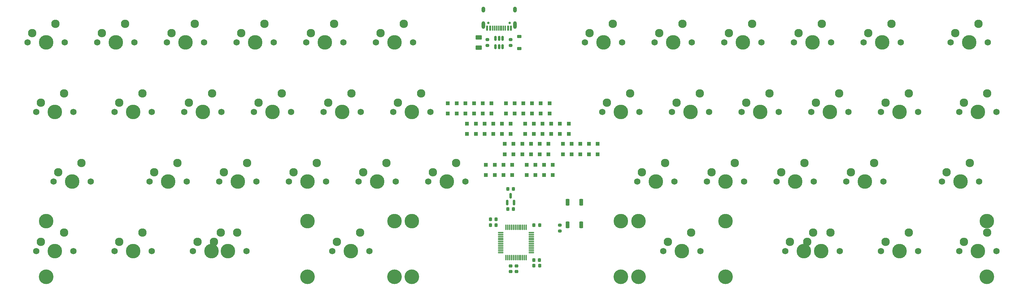
<source format=gbr>
%TF.GenerationSoftware,KiCad,Pcbnew,(7.0.0)*%
%TF.CreationDate,2024-02-03T20:42:43+01:00*%
%TF.ProjectId,the expanse,74686520-6578-4706-916e-73652e6b6963,rev?*%
%TF.SameCoordinates,Original*%
%TF.FileFunction,Soldermask,Bot*%
%TF.FilePolarity,Negative*%
%FSLAX46Y46*%
G04 Gerber Fmt 4.6, Leading zero omitted, Abs format (unit mm)*
G04 Created by KiCad (PCBNEW (7.0.0)) date 2024-02-03 20:42:43*
%MOMM*%
%LPD*%
G01*
G04 APERTURE LIST*
G04 Aperture macros list*
%AMRoundRect*
0 Rectangle with rounded corners*
0 $1 Rounding radius*
0 $2 $3 $4 $5 $6 $7 $8 $9 X,Y pos of 4 corners*
0 Add a 4 corners polygon primitive as box body*
4,1,4,$2,$3,$4,$5,$6,$7,$8,$9,$2,$3,0*
0 Add four circle primitives for the rounded corners*
1,1,$1+$1,$2,$3*
1,1,$1+$1,$4,$5*
1,1,$1+$1,$6,$7*
1,1,$1+$1,$8,$9*
0 Add four rect primitives between the rounded corners*
20,1,$1+$1,$2,$3,$4,$5,0*
20,1,$1+$1,$4,$5,$6,$7,0*
20,1,$1+$1,$6,$7,$8,$9,0*
20,1,$1+$1,$8,$9,$2,$3,0*%
G04 Aperture macros list end*
%ADD10C,1.750000*%
%ADD11C,3.987800*%
%ADD12C,2.300000*%
%ADD13C,4.000000*%
%ADD14RoundRect,0.250000X0.300000X-0.300000X0.300000X0.300000X-0.300000X0.300000X-0.300000X-0.300000X0*%
%ADD15RoundRect,0.250000X-0.300000X0.300000X-0.300000X-0.300000X0.300000X-0.300000X0.300000X0.300000X0*%
%ADD16RoundRect,0.225000X0.225000X0.250000X-0.225000X0.250000X-0.225000X-0.250000X0.225000X-0.250000X0*%
%ADD17C,0.650000*%
%ADD18R,0.600000X1.450000*%
%ADD19R,0.300000X1.450000*%
%ADD20O,1.000000X1.600000*%
%ADD21O,1.000000X2.100000*%
%ADD22RoundRect,0.150000X0.150000X-0.512500X0.150000X0.512500X-0.150000X0.512500X-0.150000X-0.512500X0*%
%ADD23RoundRect,0.200000X0.275000X-0.200000X0.275000X0.200000X-0.275000X0.200000X-0.275000X-0.200000X0*%
%ADD24RoundRect,0.225000X-0.250000X0.225000X-0.250000X-0.225000X0.250000X-0.225000X0.250000X0.225000X0*%
%ADD25RoundRect,0.250000X-0.625000X0.375000X-0.625000X-0.375000X0.625000X-0.375000X0.625000X0.375000X0*%
%ADD26RoundRect,0.225000X0.375000X-0.225000X0.375000X0.225000X-0.375000X0.225000X-0.375000X-0.225000X0*%
%ADD27RoundRect,0.200000X-0.275000X0.200000X-0.275000X-0.200000X0.275000X-0.200000X0.275000X0.200000X0*%
%ADD28RoundRect,0.275000X0.275000X-0.625000X0.275000X0.625000X-0.275000X0.625000X-0.275000X-0.625000X0*%
%ADD29RoundRect,0.225000X-0.225000X-0.250000X0.225000X-0.250000X0.225000X0.250000X-0.225000X0.250000X0*%
%ADD30RoundRect,0.075000X0.075000X-0.662500X0.075000X0.662500X-0.075000X0.662500X-0.075000X-0.662500X0*%
%ADD31RoundRect,0.075000X0.662500X-0.075000X0.662500X0.075000X-0.662500X0.075000X-0.662500X-0.075000X0*%
%ADD32RoundRect,0.150000X0.150000X-0.587500X0.150000X0.587500X-0.150000X0.587500X-0.150000X-0.587500X0*%
G04 APERTURE END LIST*
D10*
%TO.C,MX8*%
X191770000Y-25400000D03*
D11*
X196850000Y-25400000D03*
D10*
X201930000Y-25400000D03*
D12*
X193040000Y-22860000D03*
X199390000Y-20320000D03*
%TD*%
D10*
%TO.C,MX26*%
X53657500Y-63500000D03*
D11*
X58737500Y-63500000D03*
D10*
X63817500Y-63500000D03*
D12*
X54927500Y-60960000D03*
X61277500Y-58420000D03*
%TD*%
D10*
%TO.C,MX6*%
X115570000Y-25400000D03*
D11*
X120650000Y-25400000D03*
D10*
X125730000Y-25400000D03*
D12*
X116840000Y-22860000D03*
X123190000Y-20320000D03*
%TD*%
D10*
%TO.C,MX19*%
X177482500Y-44450000D03*
D11*
X182562500Y-44450000D03*
D10*
X187642500Y-44450000D03*
D12*
X178752500Y-41910000D03*
X185102500Y-39370000D03*
%TD*%
D10*
%TO.C,MX31*%
X187007500Y-63500000D03*
D11*
X192087500Y-63500000D03*
D10*
X197167500Y-63500000D03*
D12*
X188277500Y-60960000D03*
X194627500Y-58420000D03*
%TD*%
D10*
%TO.C,MX40*%
X65563750Y-82550000D03*
D11*
X70643750Y-82550000D03*
D10*
X75723750Y-82550000D03*
D12*
X66833750Y-80010000D03*
X73183750Y-77470000D03*
%TD*%
D10*
%TO.C,MX16*%
X82232500Y-44450000D03*
D11*
X87312500Y-44450000D03*
D10*
X92392500Y-44450000D03*
D12*
X83502500Y-41910000D03*
X89852500Y-39370000D03*
%TD*%
D10*
%TO.C,MX34*%
X244157500Y-63500000D03*
D11*
X249237500Y-63500000D03*
D10*
X254317500Y-63500000D03*
D12*
X245427500Y-60960000D03*
X251777500Y-58420000D03*
%TD*%
D10*
%TO.C,MX44*%
X253682500Y-82550000D03*
D11*
X258762500Y-82550000D03*
D10*
X263842500Y-82550000D03*
D12*
X254952500Y-80010000D03*
X261302500Y-77470000D03*
%TD*%
D10*
%TO.C,MX23*%
X253682500Y-44450000D03*
D11*
X258762500Y-44450000D03*
D10*
X263842500Y-44450000D03*
D12*
X254952500Y-41910000D03*
X261302500Y-39370000D03*
%TD*%
D10*
%TO.C,MX33*%
X225107500Y-63500000D03*
D11*
X230187500Y-63500000D03*
D10*
X235267500Y-63500000D03*
D12*
X226377500Y-60960000D03*
X232727500Y-58420000D03*
%TD*%
D10*
%TO.C,MX18*%
X120332500Y-44450000D03*
D11*
X125412500Y-44450000D03*
D10*
X130492500Y-44450000D03*
D12*
X121602500Y-41910000D03*
X127952500Y-39370000D03*
%TD*%
D10*
%TO.C,MX11*%
X248920000Y-25400000D03*
D11*
X254000000Y-25400000D03*
D10*
X259080000Y-25400000D03*
D12*
X250190000Y-22860000D03*
X256540000Y-20320000D03*
%TD*%
D10*
%TO.C,MX13*%
X22701250Y-44450000D03*
D11*
X27781250Y-44450000D03*
D10*
X32861250Y-44450000D03*
D12*
X23971250Y-41910000D03*
X30321250Y-39370000D03*
%TD*%
D10*
%TO.C,MX27*%
X72707500Y-63500000D03*
D11*
X77787500Y-63500000D03*
D10*
X82867500Y-63500000D03*
D12*
X73977500Y-60960000D03*
X80327500Y-58420000D03*
%TD*%
D10*
%TO.C,MX3*%
X58420000Y-25400000D03*
D11*
X63500000Y-25400000D03*
D10*
X68580000Y-25400000D03*
D12*
X59690000Y-22860000D03*
X66040000Y-20320000D03*
%TD*%
D10*
%TO.C,MX15*%
X63182500Y-44450000D03*
D11*
X68262500Y-44450000D03*
D10*
X73342500Y-44450000D03*
D12*
X64452500Y-41910000D03*
X70802500Y-39370000D03*
%TD*%
D13*
%TO.C,S4*%
X211137500Y-89535000D03*
D11*
X211137500Y-74295000D03*
D13*
X187325000Y-89535000D03*
D11*
X187325000Y-74295000D03*
%TD*%
D10*
%TO.C,MX17*%
X101282500Y-44450000D03*
D11*
X106362500Y-44450000D03*
D10*
X111442500Y-44450000D03*
D12*
X102552500Y-41910000D03*
X108902500Y-39370000D03*
%TD*%
D10*
%TO.C,MX38*%
X22701250Y-82550000D03*
D11*
X27781250Y-82550000D03*
D10*
X32861250Y-82550000D03*
D12*
X23971250Y-80010000D03*
X30321250Y-77470000D03*
%TD*%
D10*
%TO.C,MX14*%
X44132500Y-44450000D03*
D11*
X49212500Y-44450000D03*
D10*
X54292500Y-44450000D03*
D12*
X45402500Y-41910000D03*
X51752500Y-39370000D03*
%TD*%
D10*
%TO.C,MX28*%
X91757500Y-63500000D03*
D11*
X96837500Y-63500000D03*
D10*
X101917500Y-63500000D03*
D12*
X93027500Y-60960000D03*
X99377500Y-58420000D03*
%TD*%
D10*
%TO.C,MX37*%
X227488750Y-82550000D03*
D11*
X232568750Y-82550000D03*
D10*
X237648750Y-82550000D03*
D12*
X228758750Y-80010000D03*
X235108750Y-77470000D03*
%TD*%
D10*
%TO.C,MX1*%
X20320000Y-25400000D03*
D11*
X25400000Y-25400000D03*
D10*
X30480000Y-25400000D03*
D12*
X21590000Y-22860000D03*
X27940000Y-20320000D03*
%TD*%
D13*
%TO.C,S3*%
X120650000Y-89535000D03*
D11*
X120650000Y-74295000D03*
D13*
X96837500Y-89535000D03*
D11*
X96837500Y-74295000D03*
%TD*%
D10*
%TO.C,MX43*%
X232251250Y-82550000D03*
D11*
X237331250Y-82550000D03*
D10*
X242411250Y-82550000D03*
D12*
X233521250Y-80010000D03*
X239871250Y-77470000D03*
%TD*%
D10*
%TO.C,MX4*%
X77470000Y-25400000D03*
D11*
X82550000Y-25400000D03*
D10*
X87630000Y-25400000D03*
D12*
X78740000Y-22860000D03*
X85090000Y-20320000D03*
%TD*%
D13*
%TO.C,S2*%
X282575000Y-89535000D03*
D11*
X282575000Y-74295000D03*
D13*
X182562500Y-89535000D03*
D11*
X182562500Y-74295000D03*
%TD*%
D10*
%TO.C,MX42*%
X194151250Y-82550000D03*
D11*
X199231250Y-82550000D03*
D10*
X204311250Y-82550000D03*
D12*
X195421250Y-80010000D03*
X201771250Y-77470000D03*
%TD*%
D10*
%TO.C,MX41*%
X103663750Y-82550000D03*
D11*
X108743750Y-82550000D03*
D10*
X113823750Y-82550000D03*
D12*
X104933750Y-80010000D03*
X111283750Y-77470000D03*
%TD*%
D13*
%TO.C,S1*%
X125412500Y-89535000D03*
D11*
X125412500Y-74295000D03*
D13*
X25400000Y-89535000D03*
D11*
X25400000Y-74295000D03*
%TD*%
D10*
%TO.C,MX35*%
X270351250Y-63500000D03*
D11*
X275431250Y-63500000D03*
D10*
X280511250Y-63500000D03*
D12*
X271621250Y-60960000D03*
X277971250Y-58420000D03*
%TD*%
D10*
%TO.C,MX36*%
X70008750Y-82550000D03*
D11*
X75088750Y-82550000D03*
D10*
X80168750Y-82550000D03*
D12*
X71278750Y-80010000D03*
X77628750Y-77470000D03*
%TD*%
D10*
%TO.C,MX32*%
X206057500Y-63500000D03*
D11*
X211137500Y-63500000D03*
D10*
X216217500Y-63500000D03*
D12*
X207327500Y-60960000D03*
X213677500Y-58420000D03*
%TD*%
D10*
%TO.C,MX25*%
X27463750Y-63500000D03*
D11*
X32543750Y-63500000D03*
D10*
X37623750Y-63500000D03*
D12*
X28733750Y-60960000D03*
X35083750Y-58420000D03*
%TD*%
D10*
%TO.C,MX22*%
X234632500Y-44450000D03*
D11*
X239712500Y-44450000D03*
D10*
X244792500Y-44450000D03*
D12*
X235902500Y-41910000D03*
X242252500Y-39370000D03*
%TD*%
D10*
%TO.C,MX39*%
X44132500Y-82550000D03*
D11*
X49212500Y-82550000D03*
D10*
X54292500Y-82550000D03*
D12*
X45402500Y-80010000D03*
X51752500Y-77470000D03*
%TD*%
D10*
%TO.C,MX20*%
X196532500Y-44450000D03*
D11*
X201612500Y-44450000D03*
D10*
X206692500Y-44450000D03*
D12*
X197802500Y-41910000D03*
X204152500Y-39370000D03*
%TD*%
D10*
%TO.C,MX12*%
X272732500Y-25400000D03*
D11*
X277812500Y-25400000D03*
D10*
X282892500Y-25400000D03*
D12*
X274002500Y-22860000D03*
X280352500Y-20320000D03*
%TD*%
D10*
%TO.C,MX10*%
X229870000Y-25400000D03*
D11*
X234950000Y-25400000D03*
D10*
X240030000Y-25400000D03*
D12*
X231140000Y-22860000D03*
X237490000Y-20320000D03*
%TD*%
D10*
%TO.C,MX9*%
X210820000Y-25400000D03*
D11*
X215900000Y-25400000D03*
D10*
X220980000Y-25400000D03*
D12*
X212090000Y-22860000D03*
X218440000Y-20320000D03*
%TD*%
D10*
%TO.C,MX7*%
X172720000Y-25400000D03*
D11*
X177800000Y-25400000D03*
D10*
X182880000Y-25400000D03*
D12*
X173990000Y-22860000D03*
X180340000Y-20320000D03*
%TD*%
D10*
%TO.C,MX45*%
X275113750Y-82550000D03*
D11*
X280193750Y-82550000D03*
D10*
X285273750Y-82550000D03*
D12*
X276383750Y-80010000D03*
X282733750Y-77470000D03*
%TD*%
D10*
%TO.C,MX5*%
X96520000Y-25400000D03*
D11*
X101600000Y-25400000D03*
D10*
X106680000Y-25400000D03*
D12*
X97790000Y-22860000D03*
X104140000Y-20320000D03*
%TD*%
D10*
%TO.C,MX21*%
X215582500Y-44450000D03*
D11*
X220662500Y-44450000D03*
D10*
X225742500Y-44450000D03*
D12*
X216852500Y-41910000D03*
X223202500Y-39370000D03*
%TD*%
D10*
%TO.C,MX29*%
X110807500Y-63500000D03*
D11*
X115887500Y-63500000D03*
D10*
X120967500Y-63500000D03*
D12*
X112077500Y-60960000D03*
X118427500Y-58420000D03*
%TD*%
D10*
%TO.C,MX24*%
X275113750Y-44450000D03*
D11*
X280193750Y-44450000D03*
D10*
X285273750Y-44450000D03*
D12*
X276383750Y-41910000D03*
X282733750Y-39370000D03*
%TD*%
D10*
%TO.C,MX2*%
X39370000Y-25400000D03*
D11*
X44450000Y-25400000D03*
D10*
X49530000Y-25400000D03*
D12*
X40640000Y-22860000D03*
X46990000Y-20320000D03*
%TD*%
D10*
%TO.C,MX30*%
X129857500Y-63500000D03*
D11*
X134937500Y-63500000D03*
D10*
X140017500Y-63500000D03*
D12*
X131127500Y-60960000D03*
X137477500Y-58420000D03*
%TD*%
D14*
%TO.C,D11*%
X160637500Y-44856250D03*
X160637500Y-42056250D03*
%TD*%
D15*
%TO.C,D29*%
X153193750Y-53168750D03*
X153193750Y-55968750D03*
%TD*%
D14*
%TO.C,D6*%
X147143750Y-44856250D03*
X147143750Y-42056250D03*
%TD*%
D15*
%TO.C,D31*%
X171450000Y-53168750D03*
X171450000Y-55968750D03*
%TD*%
D14*
%TO.C,D10*%
X158256250Y-44856250D03*
X158256250Y-42056250D03*
%TD*%
%TO.C,D4*%
X142381250Y-44856250D03*
X142381250Y-42056250D03*
%TD*%
%TO.C,D12*%
X163018750Y-44856250D03*
X163018750Y-42056250D03*
%TD*%
D16*
%TO.C,C8*%
X153175000Y-65487500D03*
X151625000Y-65487500D03*
%TD*%
D15*
%TO.C,D32*%
X173831250Y-53168750D03*
X173831250Y-55968750D03*
%TD*%
%TO.C,D27*%
X157956250Y-53168750D03*
X157956250Y-55968750D03*
%TD*%
D17*
%TO.C,J1*%
X146335000Y-20062500D03*
X152115000Y-20062500D03*
D18*
X145974999Y-21507499D03*
X146774999Y-21507499D03*
D19*
X147974999Y-21507499D03*
X148974999Y-21507499D03*
X149474999Y-21507499D03*
X150474999Y-21507499D03*
D18*
X151674999Y-21507499D03*
X152474999Y-21507499D03*
X152474999Y-21507499D03*
X151674999Y-21507499D03*
D19*
X150974999Y-21507499D03*
X149974999Y-21507499D03*
X148474999Y-21507499D03*
X147474999Y-21507499D03*
D18*
X146774999Y-21507499D03*
X145974999Y-21507499D03*
D20*
X144904999Y-16412499D03*
D21*
X144904999Y-20592499D03*
D20*
X153544999Y-16412499D03*
D21*
X153544999Y-20592499D03*
%TD*%
D22*
%TO.C,U2*%
X150175000Y-26537500D03*
X149225000Y-26537500D03*
X148275000Y-26537500D03*
X148275000Y-24262500D03*
X149225000Y-24262500D03*
X150175000Y-24262500D03*
%TD*%
D15*
%TO.C,D26*%
X160337500Y-53168750D03*
X160337500Y-55968750D03*
%TD*%
D14*
%TO.C,D9*%
X155875000Y-44856250D03*
X155875000Y-42056250D03*
%TD*%
D15*
%TO.C,D18*%
X140493750Y-47612500D03*
X140493750Y-50412500D03*
%TD*%
D23*
%TO.C,R1*%
X165893750Y-77025000D03*
X165893750Y-75375000D03*
%TD*%
D16*
%TO.C,C1*%
X148431250Y-75406250D03*
X146881250Y-75406250D03*
%TD*%
D24*
%TO.C,C7*%
X153987500Y-86537500D03*
X153987500Y-88087500D03*
%TD*%
D15*
%TO.C,D15*%
X147637500Y-47612500D03*
X147637500Y-50412500D03*
%TD*%
%TO.C,D13*%
X152400000Y-47612500D03*
X152400000Y-50412500D03*
%TD*%
%TO.C,D14*%
X150018750Y-47612500D03*
X150018750Y-50412500D03*
%TD*%
%TO.C,D43*%
X163912500Y-58912500D03*
X163912500Y-61712500D03*
%TD*%
%TO.C,D30*%
X155575000Y-53168750D03*
X155575000Y-55968750D03*
%TD*%
D25*
%TO.C,F1*%
X143668750Y-24000000D03*
X143668750Y-26800000D03*
%TD*%
D14*
%TO.C,D5*%
X144762500Y-44856250D03*
X144762500Y-42056250D03*
%TD*%
D15*
%TO.C,D24*%
X163512500Y-47612500D03*
X163512500Y-50412500D03*
%TD*%
%TO.C,D25*%
X162718750Y-53168750D03*
X162718750Y-55968750D03*
%TD*%
%TO.C,D19*%
X156368750Y-47612500D03*
X156368750Y-50412500D03*
%TD*%
%TO.C,D28*%
X150812500Y-53168750D03*
X150812500Y-55968750D03*
%TD*%
D26*
%TO.C,D_PWR1*%
X154781250Y-27050000D03*
X154781250Y-23750000D03*
%TD*%
D15*
%TO.C,D33*%
X176212500Y-53168750D03*
X176212500Y-55968750D03*
%TD*%
D27*
%TO.C,R2*%
X146050000Y-24575000D03*
X146050000Y-26225000D03*
%TD*%
D15*
%TO.C,D38*%
X150418750Y-58912500D03*
X150418750Y-61712500D03*
%TD*%
%TO.C,D37*%
X148037500Y-58912500D03*
X148037500Y-61712500D03*
%TD*%
%TO.C,D21*%
X161131250Y-47612500D03*
X161131250Y-50412500D03*
%TD*%
%TO.C,D35*%
X166687500Y-53168750D03*
X166687500Y-55968750D03*
%TD*%
D16*
%TO.C,C9*%
X153175000Y-71026250D03*
X151625000Y-71026250D03*
%TD*%
D15*
%TO.C,D36*%
X145656250Y-58912500D03*
X145656250Y-61712500D03*
%TD*%
D14*
%TO.C,D3*%
X140000000Y-44856250D03*
X140000000Y-42056250D03*
%TD*%
D15*
%TO.C,D40*%
X156768750Y-58912500D03*
X156768750Y-61712500D03*
%TD*%
D28*
%TO.C,SW1*%
X171712500Y-75331250D03*
X171712500Y-69131250D03*
X168012500Y-75331250D03*
X168012500Y-69131250D03*
%TD*%
D15*
%TO.C,D16*%
X145256250Y-47612500D03*
X145256250Y-50412500D03*
%TD*%
D14*
%TO.C,D2*%
X137618750Y-44856250D03*
X137618750Y-42056250D03*
%TD*%
D15*
%TO.C,D41*%
X159150000Y-58912500D03*
X159150000Y-61712500D03*
%TD*%
%TO.C,D39*%
X152800000Y-58912500D03*
X152800000Y-61712500D03*
%TD*%
D14*
%TO.C,D1*%
X135237500Y-44856250D03*
X135237500Y-42056250D03*
%TD*%
D27*
%TO.C,R3*%
X152400000Y-24575000D03*
X152400000Y-26225000D03*
%TD*%
D15*
%TO.C,D42*%
X161531250Y-58912500D03*
X161531250Y-61712500D03*
%TD*%
D29*
%TO.C,C5*%
X158750000Y-84931250D03*
X160300000Y-84931250D03*
%TD*%
D15*
%TO.C,D34*%
X169068750Y-53168750D03*
X169068750Y-55968750D03*
%TD*%
D30*
%TO.C,U1*%
X156637500Y-84331250D03*
X156137500Y-84331250D03*
X155637500Y-84331250D03*
X155137500Y-84331250D03*
X154637500Y-84331250D03*
X154137500Y-84331250D03*
X153637500Y-84331250D03*
X153137500Y-84331250D03*
X152637500Y-84331250D03*
X152137500Y-84331250D03*
X151637500Y-84331250D03*
X151137500Y-84331250D03*
D31*
X149725000Y-82918750D03*
X149725000Y-82418750D03*
X149725000Y-81918750D03*
X149725000Y-81418750D03*
X149725000Y-80918750D03*
X149725000Y-80418750D03*
X149725000Y-79918750D03*
X149725000Y-79418750D03*
X149725000Y-78918750D03*
X149725000Y-78418750D03*
X149725000Y-77918750D03*
X149725000Y-77418750D03*
D30*
X151137500Y-76006250D03*
X151637500Y-76006250D03*
X152137500Y-76006250D03*
X152637500Y-76006250D03*
X153137500Y-76006250D03*
X153637500Y-76006250D03*
X154137500Y-76006250D03*
X154637500Y-76006250D03*
X155137500Y-76006250D03*
X155637500Y-76006250D03*
X156137500Y-76006250D03*
X156637500Y-76006250D03*
D31*
X158050000Y-77418750D03*
X158050000Y-77918750D03*
X158050000Y-78418750D03*
X158050000Y-78918750D03*
X158050000Y-79418750D03*
X158050000Y-79918750D03*
X158050000Y-80418750D03*
X158050000Y-80918750D03*
X158050000Y-81418750D03*
X158050000Y-81918750D03*
X158050000Y-82418750D03*
X158050000Y-82918750D03*
%TD*%
D14*
%TO.C,D8*%
X153493750Y-44856250D03*
X153493750Y-42056250D03*
%TD*%
%TO.C,D7*%
X151112500Y-44856250D03*
X151112500Y-42056250D03*
%TD*%
D15*
%TO.C,D20*%
X158750000Y-47612500D03*
X158750000Y-50412500D03*
%TD*%
%TO.C,D23*%
X165893750Y-47612500D03*
X165893750Y-50412500D03*
%TD*%
D29*
%TO.C,C3*%
X158768750Y-86518750D03*
X160318750Y-86518750D03*
%TD*%
D15*
%TO.C,D22*%
X168275000Y-47612500D03*
X168275000Y-50412500D03*
%TD*%
D24*
%TO.C,C2*%
X152400000Y-86537500D03*
X152400000Y-88087500D03*
%TD*%
D16*
%TO.C,C6*%
X148412500Y-73818750D03*
X146862500Y-73818750D03*
%TD*%
D29*
%TO.C,C4*%
X158768750Y-75406250D03*
X160318750Y-75406250D03*
%TD*%
D32*
%TO.C,U3*%
X153350000Y-69200000D03*
X151450000Y-69200000D03*
X152400000Y-67325000D03*
%TD*%
D15*
%TO.C,D17*%
X142875000Y-47612500D03*
X142875000Y-50412500D03*
%TD*%
M02*

</source>
